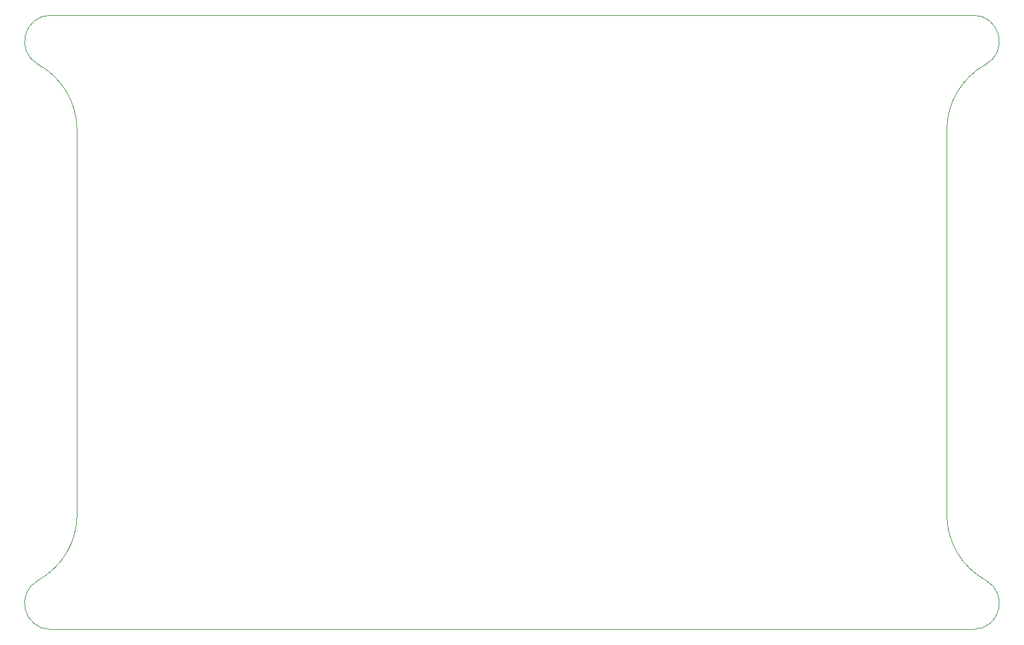
<source format=gbr>
%TF.GenerationSoftware,KiCad,Pcbnew,8.0.3*%
%TF.CreationDate,2024-09-02T13:54:09+02:00*%
%TF.ProjectId,uberamp1,75626572-616d-4703-912e-6b696361645f,rev?*%
%TF.SameCoordinates,Original*%
%TF.FileFunction,Profile,NP*%
%FSLAX46Y46*%
G04 Gerber Fmt 4.6, Leading zero omitted, Abs format (unit mm)*
G04 Created by KiCad (PCBNEW 8.0.3) date 2024-09-02 13:54:09*
%MOMM*%
%LPD*%
G01*
G04 APERTURE LIST*
%TA.AperFunction,Profile*%
%ADD10C,0.050000*%
%TD*%
G04 APERTURE END LIST*
D10*
X76580000Y-106460000D02*
X15080000Y-106460000D01*
X134580000Y-91127800D02*
X134580000Y-65460000D01*
X76580000Y-24460000D02*
X15080000Y-24460000D01*
X13394826Y-31027603D02*
G75*
G02*
X15080000Y-24460000I1685174J3067603D01*
G01*
X139765185Y-99892403D02*
G75*
G02*
X138080000Y-106460000I-1685185J-3067597D01*
G01*
X13394814Y-31027637D02*
G75*
G02*
X18580000Y-39792200I-4814814J-8764563D01*
G01*
X15080000Y-106460000D02*
G75*
G02*
X13394826Y-99892397I0J3500000D01*
G01*
X134580000Y-39792200D02*
G75*
G02*
X139765216Y-31027620I10000000J0D01*
G01*
X138080000Y-24460000D02*
G75*
G02*
X139765185Y-31027597I0J-3500000D01*
G01*
X18580000Y-91127800D02*
X18580000Y-65460000D01*
X18580000Y-39792200D02*
X18580000Y-65460000D01*
X139765216Y-99892380D02*
G75*
G02*
X134580000Y-91127800I4814784J8764580D01*
G01*
X18580000Y-91127800D02*
G75*
G02*
X13394814Y-99892363I-10000000J0D01*
G01*
X76580000Y-24460000D02*
X138080000Y-24460000D01*
X76580000Y-106460000D02*
X138080000Y-106460000D01*
X134580000Y-39792200D02*
X134580000Y-65460000D01*
M02*

</source>
